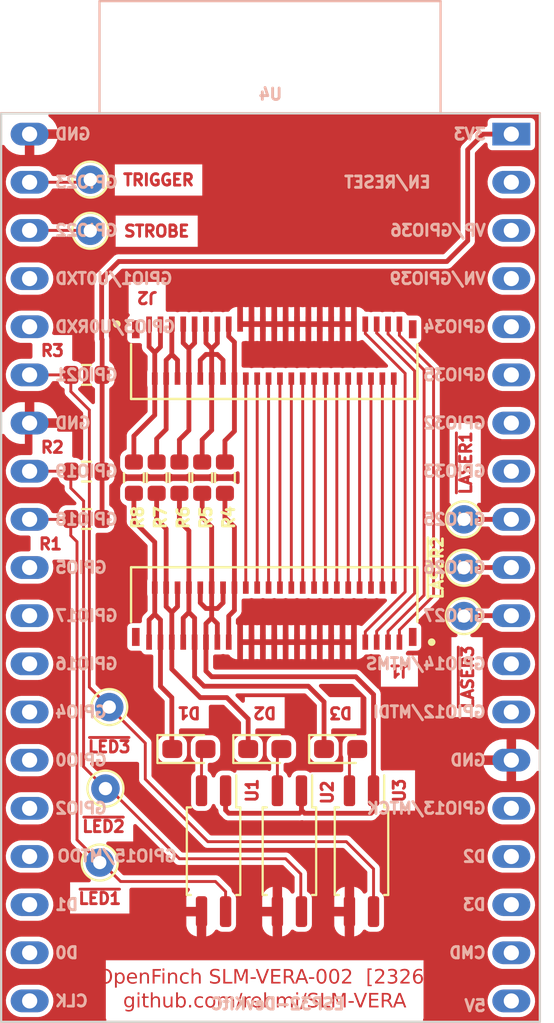
<source format=kicad_pcb>
(kicad_pcb (version 20221018) (generator pcbnew)
  (layers (0 "F.Cu" signal) (31 "B.Cu" signal) (34 "B.Paste" user) (35 "F.Paste" user) (36 "B.SilkS" user "B.Silkscreen") (37 "F.SilkS" user "F.Silkscreen") (38 "B.Mask" user) (39 "F.Mask" user) (44 "Edge.Cuts" user))
  (net 0 "")
  (net 1 "/P0A")
  (net 2 "/IO7")
  (net 3 "/IO5")
  (net 4 "/IO3")
  (net 5 "/IO1")
  (net 6 "/IO6")
  (net 7 "/IO4")
  (net 8 "/IO2")
  (net 9 "/IO0")
  (net 10 "/P0B")
  (net 11 "/P1A")
  (net 12 "/P1B")
  (net 13 "/P2A")
  (net 14 "/P2B")
  (net 15 "/P3A")
  (net 16 "/P3B")
  (net 17 "/P4A")
  (net 18 "/P4B")
  (net 19 "Net-(D1-A)")
  (net 20 "Net-(D2-A)")
  (net 21 "Net-(D3-A)")
  (net 22 "/~{LED1}")
  (net 23 "/LED1_IN")
  (net 24 "/LED2_IN")
  (net 25 "/LED3_IN")
  (net 26 "/LED-_IN")
  (net 27 "/LED+_IN")
  (net 28 "/LED2_OUT")
  (net 29 "/LED3_OUT")
  (net 30 "/LED+_OUT")
  (net 31 "/LED-_OUT")
  (net 32 "/~{LED2}")
  (net 33 "/~{LED3}")
  (net 34 "GND")
  (net 35 "/LED1_OUT")
  (net 36 "+3V3")
  (net 37 "/~{LASER3}")
  (net 38 "/TRIGGER")
  (net 39 "/~{LASER1}")
  (net 40 "/~{LASER2}")
  (net 65 "/STROBE")
  (footprint "Resistor_SMD:R_0603_1608Metric" (layer "F.Cu") (at 104.49272 73.48272)
    (fp_text reference "R1" (at -1.896399 1.32 unlocked) (layer "F.Cu") (effects (font (size 0.6 0.6))))
    (fp_text value "10k")
    (pad "1" smd roundrect (at -0.825 0) (size 0.8 0.95) (layers "F.Cu" "F.Paste" "F.Mask") (net 22 "/~{LED1}"))
    (pad "2" smd roundrect (at 0.825 0) (size 0.8 0.95) (layers "F.Cu" "F.Paste" "F.Mask") (net 36 "+3V3"))
  )
  (footprint "Resistor_SMD:R_0603_1608Metric" (layer "F.Cu") (at 111.796321 71.30272 90)
    (fp_text reference "R4" (at -2.1 0.2 90 unlocked) (layer "F.SilkS") (effects (font (size 0.6 0.6))))
    (fp_text value "DNP")
    (pad "1" smd roundrect (at -0.825 0 90) (size 0.8 0.95) (layers "F.Cu" "F.Paste" "F.Mask") (net 26 "/LED-_IN"))
    (pad "2" smd roundrect (at 0.825 0 90) (size 0.8 0.95) (layers "F.Cu" "F.Paste" "F.Mask") (net 31 "/LED-_OUT"))
  )
  (footprint "LED_SMD:LED_0603_1608Metric_Pad1.05x0.95mm_HandSolder" (layer "F.Cu") (at 117.896321 85.61522)
    (fp_text reference "D3" (at 0 -1.9125 180 unlocked) (layer "F.Cu") (effects (font (size 0.6 0.6))))
    (fp_text value "LED_Small")
    (pad "1" smd roundrect (at -0.875 0) (size 1.05 0.95) (layers "F.Cu" "F.Paste" "F.Mask") (net 25 "/LED3_IN"))
    (pad "2" smd roundrect (at 0.875 0) (size 1.05 0.95) (layers "F.Cu" "F.Paste" "F.Mask") (net 21 "Net-(D3-A)"))
  )
  (footprint "Package_SO:SOP-4_4.4x2.6mm_P1.27mm" (layer "F.Cu") (at 115.196321 91.00272 -90)
    (fp_text reference "U2" (at -3.1 -2 90 unlocked) (layer "F.Cu") (effects (font (size 0.6 0.6))))
    (fp_text value "FODM217D")
    (pad "1" smd roundrect (at -3.1875 -0.635 270) (size 1.625 0.6) (layers "F.Cu" "F.Paste" "F.Mask") (net 27 "/LED+_IN"))
    (pad "2" smd roundrect (at -3.1875 0.635 270) (size 1.625 0.6) (layers "F.Cu" "F.Paste" "F.Mask") (net 20 "Net-(D2-A)"))
    (pad "3" smd roundrect (at 3.1875 0.635 270) (size 1.625 0.6) (layers "F.Cu" "F.Paste" "F.Mask") (net 34 "GND"))
    (pad "4" smd roundrect (at 3.1875 -0.635 270) (size 1.625 0.6) (layers "F.Cu" "F.Paste" "F.Mask") (net 32 "/~{LED2}"))
  )
  (footprint "LED_SMD:LED_0603_1608Metric_Pad1.05x0.95mm_HandSolder" (layer "F.Cu") (at 109.896321 85.61522)
    (fp_text reference "D1" (at 0 -1.9125 180 unlocked) (layer "F.Cu") (effects (font (size 0.6 0.6))))
    (fp_text value "LED_Small")
    (pad "1" smd roundrect (at -0.875 0) (size 1.05 0.95) (layers "F.Cu" "F.Paste" "F.Mask") (net 23 "/LED1_IN"))
    (pad "2" smd roundrect (at 0.875 0) (size 1.05 0.95) (layers "F.Cu" "F.Paste" "F.Mask") (net 19 "Net-(D1-A)"))
  )
  (footprint "Resistor_SMD:R_0603_1608Metric" (layer "F.Cu") (at 109.396321 71.30272 90)
    (fp_text reference "R6" (at -2.1 0.2 90 unlocked) (layer "F.SilkS") (effects (font (size 0.6 0.6))))
    (fp_text value "DNP")
    (pad "1" smd roundrect (at -0.825 0 90) (size 0.8 0.95) (layers "F.Cu" "F.Paste" "F.Mask") (net 25 "/LED3_IN"))
    (pad "2" smd roundrect (at 0.825 0 90) (size 0.8 0.95) (layers "F.Cu" "F.Paste" "F.Mask") (net 29 "/LED3_OUT"))
  )
  (footprint "Package_SO:SOP-4_4.4x2.6mm_P1.27mm" (layer "F.Cu") (at 118.996321 91.00272 -90)
    (fp_text reference "U3" (at -3.2 -2 90 unlocked) (layer "F.Cu") (effects (font (size 0.6 0.6))))
    (fp_text value "FODM217D")
    (pad "1" smd roundrect (at -3.1875 -0.635 270) (size 1.625 0.6) (layers "F.Cu" "F.Paste" "F.Mask") (net 27 "/LED+_IN"))
    (pad "2" smd roundrect (at -3.1875 0.635 270) (size 1.625 0.6) (layers "F.Cu" "F.Paste" "F.Mask") (net 21 "Net-(D3-A)"))
    (pad "3" smd roundrect (at 3.1875 0.635 270) (size 1.625 0.6) (layers "F.Cu" "F.Paste" "F.Mask") (net 34 "GND"))
    (pad "4" smd roundrect (at 3.1875 -0.635 270) (size 1.625 0.6) (layers "F.Cu" "F.Paste" "F.Mask") (net 33 "/~{LED3}"))
  )
  (footprint "TestPoint:TestPoint_THTPad_D1.5mm_Drill0.7mm" (layer "F.Cu") (at 105.696321 83.40272 180)
    (fp_text reference "~{LED3}" (at 0 -2.1 unlocked) (layer "F.Cu") (effects (font (size 0.6 0.6))))
    (fp_text value "~{LI3}")
    (pad "1" thru_hole circle (at 0 0 180) (size 1.5 1.5) (drill 0.7) (layers "*.Cu" "*.Mask") (net 33 "/~{LED3}"))
  )
  (footprint "Resistor_SMD:R_0603_1608Metric" (layer "F.Cu") (at 104.49632 70.98272)
    (fp_text reference "R2" (at -1.799999 -1.28 unlocked) (layer "F.Cu") (effects (font (size 0.6 0.6))))
    (fp_text value "10k")
    (pad "1" smd roundrect (at -0.825 0) (size 0.8 0.95) (layers "F.Cu" "F.Paste" "F.Mask") (net 32 "/~{LED2}"))
    (pad "2" smd roundrect (at 0.825 0) (size 0.8 0.95) (layers "F.Cu" "F.Paste" "F.Mask") (net 36 "+3V3"))
  )
  (footprint "TestPoint:TestPoint_THTPad_D1.5mm_Drill0.7mm" (layer "F.Cu") (at 124.392462 76.056303)
    (fp_text reference "~{LASER2}" (at -1.4 0 90 unlocked) (layer "F.SilkS") (effects (font (size 0.6 0.6))))
    (fp_text value "~{LO2}")
    (pad "1" thru_hole circle (at 0 0) (size 1.5 1.5) (drill 0.7) (layers "*.Cu" "*.Mask") (net 40 "/~{LASER2}"))
  )
  (footprint "FH35C-45S-0.3SHW_50_:HRS_FH35C-45S-0.3SHW(50)" (layer "F.Cu") (at 114.396321 78.57772)
    (fp_text reference "J1" (at 6.6 2.925 180 unlocked) (layer "F.Cu") (effects (font (size 0.6 0.6))))
    (fp_text value "FH35C-45S-0.3SHW(50)")
    (pad "1" smd rect (at 6.6 1.4) (size 0.3 0.8) (layers "F.Cu" "F.Mask") (net 9 "/IO0"))
    (pad "2" smd rect (at 6.3 -1.475) (size 0.3 0.65) (layers "F.Cu" "F.Mask") (net 5 "/IO1"))
    (pad "3" smd rect (at 6 1.4) (size 0.3 0.8) (layers "F.Cu" "F.Mask") (net 8 "/IO2"))
    (pad "4" smd rect (at 5.7 -1.475) (size 0.3 0.65) (layers "F.Cu" "F.Mask") (net 4 "/IO3"))
    (pad "5" smd rect (at 5.4 1.4) (size 0.3 0.8) (layers "F.Cu" "F.Mask") (net 7 "/IO4"))
    (pad "6" smd rect (at 5.1 -1.475) (size 0.3 0.65) (layers "F.Cu" "F.Mask") (net 3 "/IO5"))
    (pad "7" smd rect (at 4.8 1.4) (size 0.3 0.8) (layers "F.Cu" "F.Mask") (net 6 "/IO6"))
    (pad "8" smd rect (at 4.5 -1.475) (size 0.3 0.65) (layers "F.Cu" "F.Mask") (net 2 "/IO7"))
    (pad "9" smd rect (at 4.2 1.4) (size 0.3 0.8) (layers "F.Cu" "F.Mask") (net 34 "GND"))
    (pad "10" smd rect (at 3.9 -1.475) (size 0.3 0.65) (layers "F.Cu" "F.Mask") (net 1 "/P0A"))
    (pad "11" smd rect (at 3.6 1.4) (size 0.3 0.8) (layers "F.Cu" "F.Mask") (net 34 "GND"))
    (pad "12" smd rect (at 3.3 -1.475) (size 0.3 0.65) (layers "F.Cu" "F.Mask") (net 10 "/P0B"))
    (pad "13" smd rect (at 3 1.4) (size 0.3 0.8) (layers "F.Cu" "F.Mask") (net 34 "GND"))
    (pad "14" smd rect (at 2.7 -1.475) (size 0.3 0.65) (layers "F.Cu" "F.Mask") (net 11 "/P1A"))
    (pad "15" smd rect (at 2.4 1.4) (size 0.3 0.8) (layers "F.Cu" "F.Mask") (net 34 "GND"))
    (pad "16" smd rect (at 2.1 -1.475) (size 0.3 0.65) (layers "F.Cu" "F.Mask") (net 12 "/P1B"))
    (pad "17" smd rect (at 1.8 1.4) (size 0.3 0.8) (layers "F.Cu" "F.Mask") (net 34 "GND"))
    (pad "18" smd rect (at 1.5 -1.475) (size 0.3 0.65) (layers "F.Cu" "F.Mask") (net 13 "/P2A"))
    (pad "19" smd rect (at 1.2 1.4) (size 0.3 0.8) (layers "F.Cu" "F.Mask") (net 34 "GND"))
    (pad "20" smd rect (at 0.9 -1.475) (size 0.3 0.65) (layers "F.Cu" "F.Mask") (net 14 "/P2B"))
    (pad "21" smd rect (at 0.6 1.4) (size 0.3 0.8) (layers "F.Cu" "F.Mask") (net 34 "GND"))
    (pad "22" smd rect (at 0.3 -1.475) (size 0.3 0.65) (layers "F.Cu" "F.Mask") (net 15 "/P3A"))
    (pad "23" smd rect (at 0 1.4) (size 0.3 0.8) (layers "F.Cu" "F.Mask") (net 34 "GND"))
    (pad "24" smd rect (at -0.3 -1.475) (size 0.3 0.65) (layers "F.Cu" "F.Mask") (net 16 "/P3B"))
    (pad "25" smd rect (at -0.6 1.4) (size 0.3 0.8) (layers "F.Cu" "F.Mask") (net 34 "GND"))
    (pad "26" smd rect (at -0.9 -1.475) (size 0.3 0.65) (layers "F.Cu" "F.Mask") (net 17 "/P4A"))
    (pad "27" smd rect (at -1.2 1.4) (size 0.3 0.8) (layers "F.Cu" "F.Mask") (net 34 "GND"))
    (pad "28" smd rect (at -1.5 -1.475) (size 0.3 0.65) (layers "F.Cu" "F.Mask") (net 18 "/P4B"))
    (pad "29" smd rect (at -1.8 1.4) (size 0.3 0.8) (layers "F.Cu" "F.Mask") (net 34 "GND"))
    (pad "30" smd rect (at -2.1 -1.475) (size 0.3 0.65) (layers "F.Cu" "F.Mask") (net 26 "/LED-_IN"))
    (pad "31" smd rect (at -2.4 1.4) (size 0.3 0.8) (layers "F.Cu" "F.Mask") (net 26 "/LED-_IN"))
    (pad "32" smd rect (at -2.7 -1.475) (size 0.3 0.65) (layers "F.Cu" "F.Mask") (net 27 "/LED+_IN"))
    (pad "33" smd rect (at -3 1.4) (size 0.3 0.8) (layers "F.Cu" "F.Mask") (net 27 "/LED+_IN"))
    (pad "34" smd rect (at -3.3 -1.475) (size 0.3 0.65) (layers "F.Cu" "F.Mask") (net 27 "/LED+_IN"))
    (pad "35" smd rect (at -3.6 1.4) (size 0.3 0.8) (layers "F.Cu" "F.Mask") (net 27 "/LED+_IN"))
    (pad "36" smd rect (at -3.9 -1.475) (size 0.3 0.65) (layers "F.Cu" "F.Mask") (net 27 "/LED+_IN"))
    (pad "37" smd rect (at -4.2 1.4) (size 0.3 0.8) (layers "F.Cu" "F.Mask") (net 25 "/LED3_IN"))
    (pad "38" smd rect (at -4.5 -1.475) (size 0.3 0.65) (layers "F.Cu" "F.Mask") (net 25 "/LED3_IN"))
    (pad "39" smd rect (at -4.8 1.4) (size 0.3 0.8) (layers "F.Cu" "F.Mask") (net 25 "/LED3_IN"))
    (pad "40" smd rect (at -5.1 -1.475) (size 0.3 0.65) (layers "F.Cu" "F.Mask") (net 24 "/LED2_IN"))
    (pad "41" smd rect (at -5.4 1.4) (size 0.3 0.8) (layers "F.Cu" "F.Mask") (net 24 "/LED2_IN"))
    (pad "42" smd rect (at -5.7 -1.475) (size 0.3 0.65) (layers "F.Cu" "F.Mask") (net 24 "/LED2_IN"))
    (pad "43" smd rect (at -6 1.4) (size 0.3 0.8) (layers "F.Cu" "F.Mask") (net 23 "/LED1_IN"))
    (pad "44" smd rect (at -6.3 -1.475) (size 0.3 0.65) (layers "F.Cu" "F.Mask") (net 23 "/LED1_IN"))
    (pad "45" smd rect (at -6.6 1.4) (size 0.3 0.8) (layers "F.Cu" "F.Mask") (net 23 "/LED1_IN"))
    (pad "S1" smd rect (at 7.3 1.125) (size 0.4 0.95) (layers "F.Cu" "F.Mask"))
    (pad "S2" smd rect (at -7.3 1.125) (size 0.4 0.95) (layers "F.Cu" "F.Mask"))
  )
  (footprint "Resistor_SMD:R_0603_1608Metric" (layer "F.Cu") (at 106.996321 71.30272 90)
    (fp_text reference "R8" (at -2.1 0.2 90 unlocked) (layer "F.SilkS") (effects (font (size 0.6 0.6))))
    (fp_text value "DNP")
    (pad "1" smd roundrect (at -0.825 0 90) (size 0.8 0.95) (layers "F.Cu" "F.Paste" "F.Mask") (net 23 "/LED1_IN"))
    (pad "2" smd roundrect (at 0.825 0 90) (size 0.8 0.95) (layers "F.Cu" "F.Paste" "F.Mask") (net 35 "/LED1_OUT"))
  )
  (footprint "FH35C-45S-0.3SHW_50_:HRS_FH35C-45S-0.3SHW(50)" (layer "F.Cu") (at 114.396321 64.60272 180)
    (fp_text reference "J2" (at 6.7 2.8 180 unlocked) (layer "F.Cu") (effects (font (size 0.6 0.6))))
    (fp_text value "FH35C-45S-0.3SHW(50)")
    (pad "1" smd rect (at 6.6 1.4 180) (size 0.3 0.8) (layers "F.Cu" "F.Mask") (net 35 "/LED1_OUT"))
    (pad "2" smd rect (at 6.3 -1.475 180) (size 0.3 0.65) (layers "F.Cu" "F.Mask") (net 35 "/LED1_OUT"))
    (pad "3" smd rect (at 6 1.4 180) (size 0.3 0.8) (layers "F.Cu" "F.Mask") (net 35 "/LED1_OUT"))
    (pad "4" smd rect (at 5.7 -1.475 180) (size 0.3 0.65) (layers "F.Cu" "F.Mask") (net 28 "/LED2_OUT"))
    (pad "5" smd rect (at 5.4 1.4 180) (size 0.3 0.8) (layers "F.Cu" "F.Mask") (net 28 "/LED2_OUT"))
    (pad "6" smd rect (at 5.1 -1.475 180) (size 0.3 0.65) (layers "F.Cu" "F.Mask") (net 28 "/LED2_OUT"))
    (pad "7" smd rect (at 4.8 1.4 180) (size 0.3 0.8) (layers "F.Cu" "F.Mask") (net 29 "/LED3_OUT"))
    (pad "8" smd rect (at 4.5 -1.475 180) (size 0.3 0.65) (layers "F.Cu" "F.Mask") (net 29 "/LED3_OUT"))
    (pad "9" smd rect (at 4.2 1.4 180) (size 0.3 0.8) (layers "F.Cu" "F.Mask") (net 29 "/LED3_OUT"))
    (pad "10" smd rect (at 3.9 -1.475 180) (size 0.3 0.65) (layers "F.Cu" "F.Mask") (net 30 "/LED+_OUT"))
    (pad "11" smd rect (at 3.6 1.4 180) (size 0.3 0.8) (layers "F.Cu" "F.Mask") (net 30 "/LED+_OUT"))
    (pad "12" smd rect (at 3.3 -1.475 180) (size 0.3 0.65) (layers "F.Cu" "F.Mask") (net 30 "/LED+_OUT"))
    (pad "13" smd rect (at 3 1.4 180) (size 0.3 0.8) (layers "F.Cu" "F.Mask") (net 30 "/LED+_OUT"))
    (pad "14" smd rect (at 2.7 -1.475 180) (size 0.3 0.65) (layers "F.Cu" "F.Mask") (net 30 "/LED+_OUT"))
    (pad "15" smd rect (at 2.4 1.4 180) (size 0.3 0.8) (layers "F.Cu" "F.Mask") (net 31 "/LED-_OUT"))
    (pad "16" smd rect (at 2.1 -1.475 180) (size 0.3 0.65) (layers "F.Cu" "F.Mask") (net 31 "/LED-_OUT"))
    (pad "17" smd rect (at 1.8 1.4 180) (size 0.3 0.8) (layers "F.Cu" "F.Mask") (net 34 "GND"))
    (pad "18" smd rect (at 1.5 -1.475 180) (size 0.3 0.65) (layers "F.Cu" "F.Mask") (net 18 "/P4B"))
    (pad "19" smd rect (at 1.2 1.4 180) (size 0.3 0.8) (layers "F.Cu" "F.Mask") (net 34 "GND"))
    (pad "20" smd rect (at 0.9 -1.475 180) (size 0.3 0.65) (layers "F.Cu" "F.Mask") (net 17 "/P4A"))
    (pad "21" smd rect (at 0.6 1.4 180) (size 0.3 0.8) (layers "F.Cu" "F.Mask") (net 34 "GND"))
    (pad "22" smd rect (at 0.3 -1.475 180) (size 0.3 0.65) (layers "F.Cu" "F.Mask") (net 16 "/P3B"))
    (pad "23" smd rect (at 0 1.4 180) (size 0.3 0.8) (layers "F.Cu" "F.Mask") (net 34 "GND"))
    (pad "24" smd rect (at -0.3 -1.475 180) (size 0.3 0.65) (layers "F.Cu" "F.Mask") (net 15 "/P3A"))
    (pad "25" smd rect (at -0.6 1.4 180) (size 0.3 0.8) (layers "F.Cu" "F.Mask") (net 34 "GND"))
    (pad "26" smd rect (at -0.9 -1.475 180) (size 0.3 0.65) (layers "F.Cu" "F.Mask") (net 14 "/P2B"))
    (pad "27" smd rect (at -1.2 1.4 180) (size 0.3 0.8) (layers "F.Cu" "F.Mask") (net 34 "GND"))
    (pad "28" smd rect (at -1.5 -1.475 180) (size 0.3 0.65) (layers "F.Cu" "F.Mask") (net 13 "/P2A"))
    (pad "29" smd rect (at -1.8 1.4 180) (size 0.3 0.8) (layers "F.Cu" "F.Mask") (net 34 "GND"))
    (pad "30" smd rect (at -2.1 -1.475 180) (size 0.3 0.65) (layers "F.Cu" "F.Mask") (net 12 "/P1B"))
    (pad "31" smd rect (at -2.4 1.4 180) (size 0.3 0.8) (layers "F.Cu" "F.Mask") (net 34 "GND"))
    (pad "32" smd rect (at -2.7 -1.475 180) (size 0.3 0.65) (layers "F.Cu" "F.Mask") (net 11 "/P1A"))
    (pad "33" smd rect (at -3 1.4 180) (size 0.3 0.8) (layers "F.Cu" "F.Mask") (net 34 "GND"))
    (pad "34" smd rect (at -3.3 -1.475 180) (size 0.3 0.65) (layers "F.Cu" "F.Mask") (net 10 "/P0B"))
    (pad "35" smd rect (at -3.6 1.4 180) (size 0.3 0.8) (layers "F.Cu" "F.Mask") (net 34 "GND"))
    (pad "36" smd rect (at -3.9 -1.475 180) (size 0.3 0.65) (layers "F.Cu" "F.Mask") (net 1 "/P0A"))
    (pad "37" smd rect (at -4.2 1.4 180) (size 0.3 0.8) (layers "F.Cu" "F.Mask") (net 34 "GND"))
    (pad "38" smd rect (at -4.5 -1.475 180) (size 0.3 0.65) (layers "F.Cu" "F.Mask") (net 2 "/IO7"))
    (pad "39" smd rect (at -4.8 1.4 180) (size 0.3 0.8) (layers "F.Cu" "F.Mask") (net 6 "/IO6"))
    (pad "40" smd rect (at -5.1 -1.475 180) (size 0.3 0.65) (layers "F.Cu" "F.Mask") (net 3 "/IO5"))
    (pad "41" smd rect (at -5.4 1.4 180) (size 0.3 0.8) (layers "F.Cu" "F.Mask") (net 7 "/IO4"))
    (pad "42" smd rect (at -5.7 -1.475 180) (size 0.3 0.65) (layers "F.Cu" "F.Mask") (net 4 "/IO3"))
    (pad "43" smd rect (at -6 1.4 180) (size 0.3 0.8) (layers "F.Cu" "F.Mask") (net 8 "/IO2"))
    (pad "44" smd rect (at -6.3 -1.475 180) (size 0.3 0.65) (layers "F.Cu" "F.Mask") (net 5 "/IO1"))
    (pad "45" smd rect (at -6.6 1.4 180) (size 0.3 0.8) (layers "F.Cu" "F.Mask") (net 9 "/IO0"))
    (pad "S1" smd rect (at 7.3 1.125 180) (size 0.4 0.95) (layers "F.Cu" "F.Mask"))
    (pad "S2" smd rect (at -7.3 1.125 180) (size 0.4 0.95) (layers "F.Cu" "F.Mask"))
  )
  (footprint "TestPoint:TestPoint_THTPad_D1.5mm_Drill0.7mm" (layer "F.Cu") (at 104.69632 58.28272)
    (fp_text reference "STROBE" (at 3.500001 0.02 unlocked) (layer "F.Cu") (effects (font (size 0.6 0.6))))
    (fp_text value "STR")
    (pad "1" thru_hole circle (at 0 0) (size 1.5 1.5) (drill 0.7) (layers "*.Cu" "*.Mask") (net 65 "/STROBE"))
  )
  (footprint "Resistor_SMD:R_0603_1608Metric" (layer "F.Cu") (at 108.196321 71.30272 90)
    (fp_text reference "R7" (at -2.1 0.2 90 unlocked) (layer "F.SilkS") (effects (font (size 0.6 0.6))))
    (fp_text value "DNP")
    (pad "1" smd roundrect (at -0.825 0 90) (size 0.8 0.95) (layers "F.Cu" "F.Paste" "F.Mask") (net 24 "/LED2_IN"))
    (pad "2" smd roundrect (at 0.825 0 90) (size 0.8 0.95) (layers "F.Cu" "F.Paste" "F.Mask") (net 28 "/LED2_OUT"))
  )
  (footprint "TestPoint:TestPoint_THTPad_D1.5mm_Drill0.7mm" (layer "F.Cu") (at 124.396321 73.50272)
    (fp_text reference "~{LASER1}" (at 0.100001 -2.98 90 unlocked) (layer "F.Cu") (effects (font (size 0.6 0.6))))
    (fp_text value "~{LO1}")
    (pad "1" thru_hole circle (at 0 0) (size 1.5 1.5) (drill 0.7) (layers "*.Cu" "*.Mask") (net 39 "/~{LASER1}"))
  )
  (footprint "LED_SMD:LED_0603_1608Metric_Pad1.05x0.95mm_HandSolder" (layer "F.Cu") (at 113.896321 85.61522)
    (fp_text reference "D2" (at 0 -1.9125 180 unlocked) (layer "F.Cu") (effects (font (size 0.6 0.6))))
    (fp_text value "LED_Small")
    (pad "1" smd roundrect (at -0.875 0) (size 1.05 0.95) (layers "F.Cu" "F.Paste" "F.Mask") (net 24 "/LED2_IN"))
    (pad "2" smd roundrect (at 0.875 0) (size 1.05 0.95) (layers "F.Cu" "F.Paste" "F.Mask") (net 20 "Net-(D2-A)"))
  )
  (footprint "TestPoint:TestPoint_THTPad_D1.5mm_Drill0.7mm" (layer "F.Cu") (at 105.196321 91.60272 180)
    (fp_text reference "~{LED1}" (at 0 -1.9 unlocked) (layer "F.Cu") (effects (font (size 0.6 0.6))))
    (fp_text value "~{LI1}")
    (pad "1" thru_hole circle (at 0 0 180) (size 1.5 1.5) (drill 0.7) (layers "*.Cu" "*.Mask") (net 22 "/~{LED1}"))
  )
  (footprint "Package_SO:SOP-4_4.4x2.6mm_P1.27mm" (layer "F.Cu") (at 111.196321 91.00272 -90)
    (fp_text reference "U1" (at -3.2 -2.035 90 unlocked) (layer "F.Cu") (effects (font (size 0.6 0.6))))
    (fp_text value "FODM217D")
    (pad "1" smd roundrect (at -3.1875 -0.635 270) (size 1.625 0.6) (layers "F.Cu" "F.Paste" "F.Mask") (net 27 "/LED+_IN"))
    (pad "2" smd roundrect (at -3.1875 0.635 270) (size 1.625 0.6) (layers "F.Cu" "F.Paste" "F.Mask") (net 19 "Net-(D1-A)"))
    (pad "3" smd roundrect (at 3.1875 0.635 270) (size 1.625 0.6) (layers "F.Cu" "F.Paste" "F.Mask") (net 34 "GND"))
    (pad "4" smd roundrect (at 3.1875 -0.635 270) (size 1.625 0.6) (layers "F.Cu" "F.Paste" "F.Mask") (net 22 "/~{LED1}"))
  )
  (footprint "Resistor_SMD:R_0603_1608Metric" (layer "F.Cu") (at 110.596321 71.30272 90)
    (fp_text reference "R5" (at -2.1 0.2 90 unlocked) (layer "F.SilkS") (effects (font (size 0.6 0.6))))
    (fp_text value "DNP")
    (pad "1" smd roundrect (at -0.825 0 90) (size 0.8 0.95) (layers "F.Cu" "F.Paste" "F.Mask") (net 27 "/LED+_IN"))
    (pad "2" smd roundrect (at 0.825 0 90) (size 0.8 0.95) (layers "F.Cu" "F.Paste" "F.Mask") (net 30 "/LED+_OUT"))
  )
  (footprint "TestPoint:TestPoint_THTPad_D1.5mm_Drill0.7mm" (layer "F.Cu") (at 104.69632 55.58272)
    (fp_text reference "TRIGGER" (at 3.600001 0.02 unlocked) (layer "F.Cu") (effects (font (size 0.6 0.6))))
    (fp_text value "TRG")
    (pad "1" thru_hole circle (at 0 0) (size 1.5 1.5) (drill 0.7) (layers "*.Cu" "*.Mask") (net 38 "/TRIGGER"))
  )
  (footprint "TestPoint:TestPoint_THTPad_D1.5mm_Drill0.7mm" (layer "F.Cu") (at 124.396321 78.60272)
    (fp_text reference "~{LASER3}" (at 0.200001 3.22 90 unlocked) (layer "F.Cu") (effects (font (size 0.6 0.6))))
    (fp_text value "~{LO3}")
    (pad "1" thru_hole circle (at 0 0) (size 1.5 1.5) (drill 0.7) (layers "*.Cu" "*.Mask") (net 37 "/~{LASER3}"))
  )
  (footprint "TestPoint:TestPoint_THTPad_D1.5mm_Drill0.7mm" (layer "F.Cu") (at 105.496321 87.70272 180)
    (fp_text reference "~{LED2}" (at 0.1 -2 unlocked) (layer "F.Cu") (effects (font (size 0.6 0.6))))
    (fp_text value "~{LI2}")
    (pad "1" thru_hole circle (at 0 0 180) (size 1.5 1.5) (drill 0.7) (layers "*.Cu" "*.Mask") (net 32 "/~{LED2}"))
  )
  (footprint "Resistor_SMD:R_0603_1608Metric" (layer "F.Cu") (at 104.49632 65.88272)
    (fp_text reference "R3" (at -1.799999 -1.28 unlocked) (layer "F.Cu") (effects (font (size 0.6 0.6))))
    (fp_text value "10k")
    (pad "1" smd roundrect (at -0.825 0) (size 0.8 0.95) (layers "F.Cu" "F.Paste" "F.Mask") (net 33 "/~{LED3}"))
    (pad "2" smd roundrect (at 0.825 0) (size 0.8 0.95) (layers "F.Cu" "F.Paste" "F.Mask") (net 36 "+3V3"))
  )
  (footprint "PCM_Espressif:ESP32-DevKitC" (layer "B.Cu") (at 126.89632 53.18272 180)
    (fp_text reference "U4" (at 12.7 2.1 unlocked) (layer "B.SilkS") (effects (font (size 0.6 0.6)) (justify mirror)))
    (fp_text value "ESP32-DevKitC" (at 12.31632 -45.87728 unlocked) (layer "B.SilkS") (effects (font (size 0.6 0.6)) (justify mirror)))
    (fp_text user "VP/GPIO36" (at 1.27 -5.08 unlocked) (layer "B.SilkS") (effects (font (size 0.6 0.6)) (justify left mirror)))
    (fp_text user "GND" (at 24.13 0 unlocked) (layer "B.SilkS") (effects (font (size 0.6 0.6)) (justify right mirror)))
    (fp_text user "GPIO18" (at 24.13 -20.32 unlocked) (layer "B.SilkS") (effects (font (size 0.6 0.6)) (justify right mirror)))
    (fp_text user "GPIO12/MTDI" (at 1.27 -30.48 unlocked) (layer "B.SilkS") (effects (font (size 0.6 0.6)) (justify left mirror)))
    (fp_text user "GPIO33" (at 1.27 -17.78 unlocked) (layer "B.SilkS") (effects (font (size 0.6 0.6)) (justify left mirror)))
    (fp_text user "GPIO32" (at 1.27 -15.24 unlocked) (layer "B.SilkS") (effects (font (size 0.6 0.6)) (justify left mirror)))
    (fp_text user "GND" (at 1.27 -33.02 unlocked) (layer "B.SilkS") (effects (font (size 0.6 0.6)) (justify left mirror)))
    (fp_text user "GPIO27" (at 1.27 -25.4 unlocked) (layer "B.SilkS") (effects (font (size 0.6 0.6)) (justify left mirror)))
    (fp_text user "D2" (at 1.27 -38.1 unlocked) (layer "B.SilkS") (effects (font (size 0.6 0.6)) (justify left mirror)))
    (fp_text user "GPIO19" (at 24.13 -17.78 unlocked) (layer "B.SilkS") (effects (font (size 0.6 0.6)) (justify right mirror)))
    (fp_text user "GPIO17" (at 24.13 -25.4 unlocked) (layer "B.SilkS") (effects (font (size 0.6 0.6)) (justify right mirror)))
    (fp_text user "GPIO34" (at 1.27 -10.16 unlocked) (layer "B.SilkS") (effects (font (size 0.6 0.6)) (justify left mirror)))
    (fp_text user "VN/GPIO39" (at 1.27 -7.62 unlocked) (layer "B.SilkS") (effects (font (size 0.6 0.6)) (justify left mirror)))
    (fp_text user "GPIO22" (at 24.13 -5.08 unlocked) (layer "B.SilkS") (effects (font (size 0.6 0.6)) (justify right mirror)))
    (fp_text user "GPIO15/MTDO" (at 24.01632 -38.07728 unlocked) (layer "B.SilkS") (effects (font (size 0.6 0.6)) (justify right mirror)))
    (fp_text user "GPIO5" (at 24.13 -22.86 unlocked) (layer "B.SilkS") (effects (font (size 0.6 0.6)) (justify right mirror)))
    (fp_text user "CMD" (at 1.27 -43.18 unlocked) (layer "B.SilkS") (effects (font (size 0.6 0.6)) (justify left mirror)))
    (fp_text user "D3" (at 1.27 -40.64 unlocked) (layer "B.SilkS") (effects (font (size 0.6 0.6)) (justify left mirror)))
    (fp_text user "D0" (at 24.13 -43.18 unlocked) (layer "B.SilkS") (effects (font (size 0.6 0.6)) (justify right mirror)))
    (fp_text user "GPIO16" (at 24.13 -27.94 unlocked) (layer "B.SilkS") (effects (font (size 0.6 0.6)) (justify right mirror)))
    (fp_text user "GPIO2" (at 24.13 -35.56 unlocked) (layer "B.SilkS") (effects (font (size 0.6 0.6)) (justify right mirror)))
    (fp_text user "GPIO4" (at 24.13 -30.48 unlocked) (layer "B.SilkS") (effects (font (size 0.6 0.6)) (justify right mirror)))
    (fp_text user "GPIO21" (at 24.13 -12.7 unlocked) (layer "B.SilkS") (effects (font (size 0.6 0.6)) (justify right mirror)))
    (fp_text user "D1" (at 24.13 -40.64 unlocked) (layer "B.SilkS") (effects (font (size 0.6 0.6)) (justify right mirror)))
    (fp_text user "GND" (at 24.13 -15.24 unlocked) (layer "B.SilkS") (effects (font (size 0.6 0.6)) (justify right mirror)))
    (fp_text user "GPIO1/U0TXD" (at 24.13 -7.62 unlocked) (layer "B.SilkS") (effects (font (size 0.6 0.6)) (justify right mirror)))
    (fp_text user "GPIO14/MTMS" (at 1.27 -27.94 unlocked) (layer "B.SilkS") (effects (font (size 0.6 0.6)) (justify left mirror)))
    (fp_text user "EN/RESET" (at 8.88632 -2.53728 unlocked) (layer "B.SilkS") (effects (font (size 0.6 0.6)) (justify right mirror)))
    (fp_text user "GPIO13/MTCK" (at 1.27 -35.56 unlocked) (layer "B.SilkS") (effects (font (size 0.6 0.6)) (justify left mirror)))
    (fp_text user "GPIO3/U0RXD" (at 24.13 -10.16 unlocked) (layer "B.SilkS") (effects (font (size 0.6 0.6)) (justify right mirror)))
    (fp_text user "GPIO35" (at 1.27 -12.7 unlocked) (layer "B.SilkS") (effects (font (size 0.6 0.6)) (justify left mirror)))
    (fp_text user "CLK" (at 24.13 -45.72 unlocked) (layer "B.SilkS") (effects (font (size 0.6 0.6)) (justify right mirror)))
    (fp_text user "5V" (at 1.26632 -45.97128 unlocked) (layer "B.SilkS") (effects (font (size 0.6 0.6)) (justify left mirror)))
    (fp_text user "GPIO0" (at 24.13 -33.02 unlocked) (layer "B.SilkS") (effects (font (size 0.6 0.6)) (justify right mirror)))
    (fp_text user "3V3" (at 1.27 0 unlocked) (layer "B.SilkS") (effects (font (size 0.6 0.6)) (justify left mirror)))
    (fp_text user "GPIO26" (at 1.27 -22.86 unlocked) (layer "B.SilkS") (effects (font (size 0.6 0.6)) (justify left mirror)))
    (fp_text user "GPIO25" (at 1.27 -20.32 unlocked) (layer "B.SilkS") (effects (font (size 0.6 0.6)) (justify left mirror)))
    (fp_text user "GPIO23" (at 24.13 -2.54 unlocked) (layer "B.SilkS") (effects (font (size 0.6 0.6)) (justify right mirror)))
    (pad "1" thru_hole rect locked (at 0 0 270) (size 1.2 2) (drill 0.8) (layers "*.Cu" "*.Mask") (net 36 "+3V3"))
    (pad "2" thru_hole oval locked (at 0 -2.54 270) (size 1.2 2) (drill 0.8) (layers "*.Cu" "*.Mask"))
    (pad "3" thru_hole oval locked (at 0 -5.08 270) (size 1.2 2) (drill 0.8) (layers "*.Cu" "*.Mask"))
    (pad "4" thru_hole oval locked (at 0 -7.62 270) (size 1.2 2) (drill 0.8) (layers "*.Cu" "*.Mask"))
    (pad "5" thru_hole oval locked (at 0 -10.16 270) (size 1.2 2) (drill 0.8) (layers "*.Cu" "*.Mask"))
    (pad "6" thru_hole oval locked (at 0 -12.7 270) (size 1.2 2) (drill 0.8) (layers "*.Cu" "*.Mask"))
    (pad "7" thru_hole oval locked (at 0 -15.24 270) (size 1.2 2) (drill 0.8) (layers "*.Cu" "*.Mask"))
    (pad "8" thru_hole oval locked (at 0 -17.78 270) (size 1.2 2) (drill 0.8) (layers "*.Cu" "*.Mask"))
    (pad "9" thru_hole oval locked (at 0 -20.32 270) (size 1.2 2) (drill 0.8) (layers "*.Cu" "*.Mask") (net 39 "/~{LASER1}"))
    (pad "10" thru_hole oval locked (at 0 -22.86 270) (size 1.2 2) (drill 0.8) (layers "*.Cu" "*.Mask") (net 40 "/~{LASER2}"))
    (pad "11" thru_hole oval locked (at 0 -25.4 270) (size 1.2 2) (drill 0.8) (layers "*.Cu" "*.Mask") (net 37 "/~{LASER3}"))
    (pad "12" thru_hole oval locked (at 0 -27.94 270) (size 1.2 2) (drill 0.8) (layers "*.Cu" "*.Mask"))
    (pad "13" thru_hole oval locked (at 0 -30.48 270) (size 1.2 2) (drill 0.8) (layers "*.Cu" "*.Mask"))
    (pad "14" thru_hole oval locked (at 0 -33.02 270) (size 1.2 2) (drill 0.8) (layers "*.Cu" "*.Mask") (net 34 "GND"))
    (pad "15" thru_hole oval locked (at 0 -35.56 270) (size 1.2 2) (drill 0.8) (layers "*.Cu" "*.Mask"))
    (pad "16" thru_hole oval locked (at 0 -38.1 270) (size 1.2 2) (drill 0.8) (layers "*.Cu" "*.Mask"))
    (pad "17" thru_hole oval locked (at 0 -40.64 270) (size 1.2 2) (drill 0.8) (layers "*.Cu" "*.Mask"))
    (pad "18" thru_hole oval locked (at 0 -43.18 270) (size 1.2 2) (drill 0.8) (layers "*.Cu" "*.Mask"))
    (pad "19" thru_hole oval locked (at 0 -45.72 270) (size 1.2 2) (drill 0.8) (layers "*.Cu" "*.Mask"))
    (pad "20" thru_hole oval locked (at 25.39632 -45.71728 270) (size 1.2 2) (drill 0.8) (layers "*.Cu" "*.Mask"))
    (pad "21" thru_hole oval locked (at 25.39632 -43.17728 270) (size 1.2 2) (drill 0.8) (layers "*.Cu" "*.Mask"))
    (pad "22" thru_hole oval locked (at 25.4 -40.64 270) (size 1.2 2) (drill 0.8) (layers "*.Cu" "*.Mask"))
    (pad "23" thru_hole oval locked (at 25.4 -38.1 270) (size 1.2 2) (drill 0.8) (layers "*.Cu" "*.Mask"))
    (pad "24" thru_hole oval locked (at 25.4 -35.56 270) (size 1.2 2) (drill 0.8) (layers "*.Cu" "*.Mask"))
    (pad "25" thru_hole oval locked (at 25.4 -33.02 270) (size 1.2 2) (drill 0.8) (layers "*.Cu" "*.Mask"))
    (pad "26" thru_hole oval locked (at 25.4 -30.48 270) (size 1.2 2) (drill 0.8) (layers "*.Cu" "*.Mask"))
    (pad "27" thru_hole oval locked (at 25.4 -27.94 270) (size 1.2 2) (drill 0.8) (layers "*.Cu" "*.Mask"))
    (pad "28" thru_hole oval locked (at 25.4 -25.4 270) (size 1.2 2) (drill 0.8) (layers "*.Cu" "*.Mask"))
    (pad "29" thru_hole oval locked (at 25.4 -22.86 270) (size 1.2 2) (drill 0.8) (layers "*.Cu" "*.Mask"))
    (pad "30" thru_hole oval locked (at 25.4 -20.32 270) (size 1.2 2) (drill 0.8) (layers "*.Cu" "*.Mask") (net 22 "/~{LED1}"))
    (pad "31" thru_hole oval locked (at 25.4 -17.78 270) (size 1.2 2) (drill 0.8) (layers "*.Cu" "*.Mask") (net 32 "/~{LED2}"))
    (pad "32" thru_hole oval locked (at 25.4 -15.24 270) (size 1.2 2) (drill 0.8) (layers "*.Cu" "*.Mask") (net 34 "GND"))
    (pad "33" thru_hole oval locked (at 25.4 -12.7 270) (size 1.2 2) (drill 0.8) (layers "*.Cu" "*.Mask") (net 33 "/~{LED3}"))
    (pad "34" thru_hole oval locked (at 25.4 -10.16 270) (size 1.2 2) (drill 0.8) (layers "*.Cu" "*.Mask"))
    (pad "35" thru_hole oval locked (at 25.4 -7.62 270) (size 1.2 2) (drill 0.8) (layers "*.Cu" "*.Mask"))
    (pad "36" thru_hole oval locked (at 25.4 -5.08 270) (size 1.2 2) (drill 0.8) (layers "*.Cu" "*.Mask") (net 65 "/STROBE"))
    (pad "37" thru_hole oval locked (at 25.4 -2.54 270) (size 1.2 2) (drill 0.8) (layers "*.Cu" "*.Mask") (net 38 "/TRIGGER"))
    (pad "38" thru_hole oval locked (at 25.4 0 270) (size 1.2 2) (drill 0.8) (layers "*.Cu" "*.Mask") (net 34 "GND"))
  )
  (gr_rect locked (start 100 52.1) (end 128.4 100) (stroke (width 0.1)) (fill none) (layer "Edge.Cuts"))
  (gr_text "OpenFinch SLM-VERA-002  [2326]\ngithub.com/rehmi/SLM-VERA\n" (at 113.896321 98.30272) (layer "F.Cu") (effects (font (size 0.75 0.75) (thickness 0.075))))
  (segment (start 118.296321 66.07772) (end 118.296321 77.10272) (width 0.1524) (layer "F.Cu") (net 1))
  (segment (start 118.896321 77.10272) (end 118.896321 66.07772) (width 0.1524) (layer "F.Cu") (net 2))
  (segment (start 119.496321 66.07772) (end 119.496321 77.10272) (width 0.1524) (layer "F.Cu") (net 3))
  (segment (start 120.096321 77.10272) (end 120.096321 66.07772) (width 0.1524) (layer "F.Cu") (net 4))
  (segment (start 120.696321 66.07772) (end 120.696321 77.10272) (width 0.1524) (layer "F.Cu") (net 5))
  (segment (start 121.296321 65.80272) (end 119.196321 63.70272) (width 0.1524) (layer "F.Cu") (net 6))
  (segment (start 121.296321 77.32532) (end 121.296321 65.80272) (width 0.1524) (layer "F.Cu") (net 6))
  (segment (start 119.196321 79.42532) (end 121.296321 77.32532) (width 0.1524) (layer "F.Cu") (net 6))
  (segment (start 119.196321 79.97772) (end 119.196321 79.42532) (width 0.1524) (layer "F.Cu") (net 6))
  (segment (start 119.196321 63.70272) (end 119.196321 63.20272) (width 0.1524) (layer "F.Cu") (net 6))
  (segment (start 121.796321 65.671668) (end 119.796321 63.671668) (width 0.1524) (layer "F.Cu") (net 7))
  (segment (start 119.796321 79.40272) (end 121.796321 77.40272) (width 0.1524) (layer "F.Cu") (net 7))
  (segment (start 119.796321 79.97772) (end 119.796321 79.40272) (width 0.1524) (layer "F.Cu") (net 7))
  (segment (start 121.796321 77.40272) (end 121.796321 65.671668) (width 0.1524) (layer "F.Cu") (net 7))
  (segment (start 119.796321 63.671668) (end 119.796321 63.20272) (width 0.1524) (layer "F.Cu") (net 7))
  (segment (start 122.296321 77.50272) (end 120.396321 79.40272) (width 0.1524) (layer "F.Cu") (net 8))
  (segment (start 122.296321 65.62772) (end 122.296321 77.50272) (width 0.1524) (layer "F.Cu") (net 8))
  (segment (start 120.396321 63.20272) (end 120.396321 63.72772) (width 0.1524) (layer "F.Cu") (net 8))
  (segment (start 120.396321 63.72772) (end 122.296321 65.62772) (width 0.1524) (layer "F.Cu") (net 8))
  (segment (start 120.396321 79.40272) (end 120.396321 79.97772) (width 0.1524) (layer "F.Cu") (net 8))
  (segment (start 122.796321 65.60272) (end 120.996321 63.80272) (width 0.1524) (layer "F.Cu") (net 9))
  (segment (start 122.796321 77.533772) (end 122.796321 65.60272) (width 0.1524) (layer "F.Cu") (net 9))
  (segment (start 120.996321 79.333772) (end 122.796321 77.533772) (width 0.1524) (layer "F.Cu") (net 9))
  (segment (start 120.996321 79.97772) (end 120.996321 79.333772) (width 0.1524) (layer "F.Cu") (net 9))
  (segment (start 120.996321 63.80272) (end 120.996321 63.20272) (width 0.1524) (layer "F.Cu") (net 9))
  (segment (start 120.996321 63.80272) (end 120.996321 63.60272) (width 0.1524) (layer "F.Cu") (net 9))
  (segment (start 117.696321 77.10272) (end 117.696321 66.07772) (width 0.1524) (layer "F.Cu") (net 10))
  (segment (start 117.096321 66.07772) (end 117.096321 77.10272) (width 0.1524) (layer "F.Cu") (net 11))
  (segment (start 116.496321 77.10272) (end 116.496321 66.07772) (width 0.1524) (layer "F.Cu") (net 12))
  (segment (start 115.896321 66.07772) (end 115.896321 77.10272) (width 0.1524) (layer "F.Cu") (net 13))
  (segment (start 115.296321 77.10272) (end 115.296321 66.07772) (width 0.1524) (layer "F.Cu") (net 14))
  (segment (start 114.696321 66.07772) (end 114.696321 77.10272) (width 0.1524) (layer "F.Cu") (net 15))
  (segment (start 114.096321 77.10272) (end 114.096321 66.07772) (width 0.1524) (layer "F.Cu") (net 16))
  (segment (start 113.496321 66.07772) (end 113.496321 77.10272) (width 0.1524) (layer "F.Cu") (net 17))
  (segment (start 112.896321 77.10272) (end 112.896321 66.07772) (width 0.1524) (layer "F.Cu") (net 18))
  (segment (start 110.561321 87.81522) (end 110.561321 85.82522) (width 0.1524) (layer "F.Cu") (net 19))
  (segment (start 114.561321 87.81522) (end 114.561321 85.82522) (width 0.1524) (layer "F.Cu") (net 20))
  (segment (start 118.361321 87.81522) (end 118.361321 86.02522) (width 0.1524) (layer "F.Cu") (net 21))
  (segment (start 118.361321 86.02522) (end 118.771321 85.61522) (width 0.1524) (layer "F.Cu") (net 21))
  (segment (start 103.64772 73.50272) (end 101.19272 73.50272) (width 0.1524) (layer "F.Cu") (net 22))
  (segment (start 105.296321 91.60272) (end 106.296321 92.60272) (width 0.1524) (layer "F.Cu") (net 22))
  (segment (start 103.66772 74.35412) (end 103.99632 74.68272) (width 0.1524) (layer "F.Cu") (net 22))
  (segment (start 111.831321 93.13772) (end 111.831321 94.19022) (width 0.1524) (layer "F.Cu") (net 22))
  (segment (start 103.66772 73.48272) (end 103.66772 74.35412) (width 0.1524) (layer "F.Cu") (net 22))
  (segment (start 106.296321 92.60272) (end 111.296321 92.60272) (width 0.1524) (layer "F.Cu") (net 22))
  (segment (start 103.99632 90.402719) (end 105.196321 91.60272) (width 0.1524) (layer "F.Cu") (net 22))
  (segment (start 111.296321 92.60272) (end 111.831321 93.13772) (width 0.1524) (layer "F.Cu") (net 22))
  (segment (start 103.99632 74.68272) (end 103.99632 90.402719) (width 0.1524) (layer "F.Cu") (net 22))
  (segment (start 107.796321 78.80272) (end 108.096321 78.50272) (width 0.254) (layer "F.Cu") (net 23))
  (segment (start 106.996321 73.60272) (end 108.096321 74.70272) (width 0.254) (layer "F.Cu") (net 23))
  (segment (start 108.996321 82.90272) (end 108.996321 85.59022) (width 0.254) (layer "F.Cu") (net 23))
  (segment (start 106.996321 72.12772) (end 106.996321 73.60272) (width 0.254) (layer "F.Cu") (net 23))
  (segment (start 107.796321 79.97772) (end 107.796321 78.80272) (width 0.254) (layer "F.Cu") (net 23))
  (segment (start 108.396321 82.30272) (end 108.996321 82.90272) (width 0.254) (layer "F.Cu") (net 23))
  (segment (start 108.396321 79.97772) (end 108.396321 82.30272) (width 0.254) (layer "F.Cu") (net 23))
  (segment (start 108.396321 79.97772) (end 108.396321 78.80272) (width 0.254) (layer "F.Cu") (net 23))
  (segment (start 108.396321 78.80272) (end 108.096321 78.50272) (width 0.254) (layer "F.Cu") (net 23))
  (segment (start 108.096321 78.50272) (end 108.096321 77.10272) (width 0.254) (layer "F.Cu") (net 23))
  (segment (start 108.096321 74.70272) (end 108.096321 77.10272) (width 0.254) (layer "F.Cu") (net 23))
  (segment (start 108.996321 79.97772) (end 108.996321 78.40272) (width 0.254) (layer "F.Cu") (net 24))
  (segment (start 108.996321 78.40272) (end 109.296321 78.10272) (width 0.254) (layer "F.Cu") (net 24))
  (segment (start 108.196321 72.12772) (end 108.196321 73.50272) (width 0.254) (layer "F.Cu") (net 24))
  (segment (start 109.296321 78.10272) (end 109.296321 77.10272) (width 0.254) (layer "F.Cu") (net 24))
  (segment (start 108.196321 73.50272) (end 108.696321 74.00272) (width 0.254) (layer "F.Cu") (net 24))
  (segment (start 111.896321 82.90272) (end 113.021321 84.02772) (width 0.254) (layer "F.Cu") (net 24))
  (segment (start 108.696321 78.10272) (end 108.996321 78.40272) (width 0.254) (layer "F.Cu") (net 24))
  (segment (start 113.021321 84.02772) (end 113.021321 85.61522) (width 0.254) (layer "F.Cu") (net 24))
  (segment (start 108.996321 81.40272) (end 110.496321 82.90272) (width 0.254) (layer "F.Cu") (net 24))
  (segment (start 108.996321 79.97772) (end 108.996321 81.40272) (width 0.254) (layer "F.Cu") (net 24))
  (segment (start 110.496321 82.90272) (end 111.896321 82.90272) (width 0.254) (layer "F.Cu") (net 24))
  (segment (start 108.696321 74.00272) (end 108.696321 77.10272) (width 0.254) (layer "F.Cu") (net 24))
  (segment (start 108.696321 77.10272) (end 108.696321 78.10272) (width 0.254) (layer "F.Cu") (net 24))
  (segment (start 109.596321 78.70272) (end 109.896321 78.40272) (width 0.254) (layer "F.Cu") (net 25))
  (segment (start 110.696321 82.30272) (end 116.196321 82.30272) (width 0.254) (layer "F.Cu") (net 25))
  (segment (start 116.196321 82.30272) (end 117.021321 83.12772) (width 0.254) (layer "F.Cu") (net 25))
  (segment (start 110.196321 78.70272) (end 110.196321 79.97772) (width 0.254) (layer "F.Cu") (net 25))
  (segment (start 109.896321 77.10272) (end 109.896321 78.40272) (width 0.254) (layer "F.Cu") (net 25))
  (segment (start 109.896321 78.40272) (end 110.196321 78.70272) (width 0.254) (layer "F.Cu") (net 25))
  (segment (start 109.396321 72.12772) (end 109.396321 73.60272) (width 0.254) (layer "F.Cu") (net 25))
  (segment (start 110.196321 81.80272) (end 110.696321 82.30272) (width 0.254) (layer "F.Cu") (net 25))
  (segment (start 109.396321 73.60272) (end 109.896321 74.10272) (width 0.254) (layer "F.Cu") (net 25))
  (segment (start 109.596321 79.97772) (end 109.596321 78.70272) (width 0.254) (layer "F.Cu") (net 25))
  (segment (start 109.896321 74.10272) (end 109.896321 77.10272) (width 0.254) (layer "F.Cu") (net 25))
  (segment (start 110.196321 79.97772) (end 110.196321 81.80272) (width 0.254) (layer "F.Cu") (net 25))
  (segment (start 117.021321 83.12772) (end 117.021321 85.61522) (width 0.254) (layer "F.Cu") (net 25))
  (segment (start 111.996321 78.60272) (end 111.996321 79.97772) (width 0.254) (layer "F.Cu") (net 26))
  (segment (start 111.796321 73.40272) (end 112.296321 73.90272) (width 0.254) (layer "F.Cu") (net 26))
  (segment (start 112.296321 78.30272) (end 111.996321 78.60272) (width 0.254) (layer "F.Cu") (net 26))
  (segment (start 112.296321 73.90272) (end 112.296321 77.10272) (width 0.254) (layer "F.Cu") (net 26))
  (segment (start 111.796321 72.12772) (end 111.796321 73.40272) (width 0.254) (layer "F.Cu") (net 26))
  (segment (start 112.296321 77.10272) (end 112.296321 78.30272) (width 0.254) (layer "F.Cu") (net 26))
  (segment (start 110.796321 81.50272) (end 111.096321 81.80272) (width 0.254) (layer "F.Cu") (net 27))
  (segment (start 115.996321 89.00272) (end 115.831321 88.83772) (width 0.254) (layer "F.Cu") (net 27))
  (segment (start 111.831321 88.83772) (end 111.996321 89.00272) (width 0.254) (layer "F.Cu") (net 27))
  (segment (start 119.631321 82.73772) (end 119.631321 87.81522) (width 0.254) (layer "F.Cu") (net 27))
  (segment (start 111.696321 77.10272) (end 111.696321 77.90272) (width 0.254) (layer "F.Cu") (net 27))
  (segment (start 119.496321 89.00272) (end 115.996321 89.00272) (width 0.254) (layer "F.Cu") (net 27))
  (segment (start 111.996321 89.00272) (end 115.731321 89.00272) (width 0.254) (layer "F.Cu") (net 27))
  (segment (start 110.796321 78.20272) (end 111.096321 78.20272) (width 0.254) (layer "F.Cu") (net 27))
  (segment (start 111.096321 78.20272) (end 111.096321 77.10272) (width 0.254) (layer "F.Cu") (net 27))
  (segment (start 110.796321 79.97772) (end 110.796321 79.00272) (width 0.254) (layer "F.Cu") (net 27))
  (segment (start 111.396321 79.97772) (end 111.396321 79.00272) (width 0.254) (layer "F.Cu") (net 27))
  (segment (start 110.496321 77.10272) (end 110.496321 77.90272) (width 0.254) (layer "F.Cu") (net 27))
  (segment (start 119.631321 87.81522) (end 119.631321 88.86772) (width 0.254) (layer "F.Cu") (net 27))
  (segment (start 115.831321 88.83772) (end 115.831321 87.81522) (width 0.254) (layer "F.Cu") (net 27))
  (segment (start 111.396321 79.00272) (end 111.096321 78.70272) (width 0.254) (layer "F.Cu") (net 27))
  (segment (start 111.831321 87.81522) (end 111.831321 88.83772) (width 0.254) (layer "F.Cu") (net 27))
  (segment (start 118.696321 81.80272) (end 119.631321 82.73772) (width 0.254) (layer "F.Cu") (net 27))
  (segment (start 110.796321 79.00272) (end 111.096321 78.70272) (width 0.254) (layer "F.Cu") (net 27))
  (segment (start 110.496321 77.90272) (end 110.796321 78.20272) (width 0.254) (layer "F.Cu") (net 27))
  (segment (start 110.596321 73.40272) (end 111.096321 73.90272) (width 0.254) (layer "F.Cu") (net 27))
  (segment (start 111.096321 78.70272) (end 111.096321 78.20272) (width 0.254) (layer "F.Cu") (net 27))
  (segment (start 119.631321 88.86772) (end 119.496321 89.00272) (width 0.254) (layer "F.Cu") (net 27))
  (segment (start 111.396321 78.20272) (end 111.096321 78.20272) (width 0.254) (layer "F.Cu") (net 27))
  (segment (start 115.731321 89.00272) (end 115.831321 88.90272) (width 0.254) (layer "F.Cu") (net 27))
  (segment (start 111.696321 77.90272) (end 111.396321 78.20272) (width 0.254) (layer "F.Cu") (net 27))
  (segment (start 110.796321 79.97772) (end 110.796321 81.50272) (width 0.254) (layer "F.Cu") (net 27))
  (segment (start 110.596321 72.12772) (end 110.596321 73.40272) (width 0.254) (layer "F.Cu") (net 27))
  (segment (start 111.096321 81.80272) (end 118.696321 81.80272) (width 0.254) (layer "F.Cu") (net 27))
  (segment (start 111.096321 73.90272) (end 111.096321 77.10272) (width 0.254) (layer "F.Cu") (net 27))
  (segment (start 108.196321 69.25272) (end 108.696321 68.75272) (width 0.254) (layer "F.Cu") (net 28))
  (segment (start 108.996321 64.80272) (end 108.996321 63.20272) (width 0.254) (layer "F.Cu") (net 28))
  (segment (start 108.196321 70.47772) (end 108.196321 69.25272) (width 0.254) (layer "F.Cu") (net 28))
  (segment (start 108.696321 68.75272) (end 108.696321 66.07772) (width 0.254) (layer "F.Cu") (net 28))
  (segment (start 109.296321 65.10272) (end 109.296321 66.07772) (width 0.254) (layer "F.Cu") (net 28))
  (segment (start 108.696321 65.10272) (end 108.996321 64.80272) (width 0.254) (layer "F.Cu") (net 28))
  (segment (start 108.696321 66.07772) (end 108.696321 65.10272) (width 0.254) (layer "F.Cu") (net 28))
  (segment (start 108.996321 64.80272) (end 109.296321 65.10272) (width 0.254) (layer "F.Cu") (net 28))
  (segment (start 109.396321 70.47772) (end 109.396321 69.30272) (width 0.254) (layer "F.Cu") (net 29))
  (segment (start 109.396321 69.30272) (end 109.896321 68.80272) (width 0.254) (layer "F.Cu") (net 29))
  (segment (start 109.896321 68.80272) (end 109.896321 66.07772) (width 0.254) (layer "F.Cu") (net 29))
  (segment (start 109.596321 63.20272) (end 109.596321 64.20272) (width 0.254) (layer "F.Cu") (net 29))
  (segment (start 109.896321 64.50272) (end 109.896321 66.07772) (width 0.254) (layer "F.Cu") (net 29))
  (segment (start 109.596321 64.20272) (end 109.896321 64.50272) (width 0.254) (layer "F.Cu") (net 29))
  (segment (start 110.196321 63.20272) (end 110.196321 64.20272) (width 0.254) (layer "F.Cu") (net 29))
  (segment (start 110.196321 64.20272) (end 109.896321 64.50272) (width 0.254) (layer "F.Cu") (net 29))
  (segment (start 110.796321 64.80272) (end 111.096321 64.80272) (width 0.254) (layer "F.Cu") (net 30))
  (segment (start 111.396321 64.80272) (end 111.096321 64.80272) (width 0.254) (layer "F.Cu") (net 30))
  (segment (start 111.096321 64.50272) (end 111.096321 64.80272) (width 0.254) (layer "F.Cu") (net 30))
  (segment (start 111.696321 66.07772) (end 111.696321 65.10272) (width 0.254) (layer "F.Cu") (net 30))
  (segment (start 111.096321 68.80272) (end 111.096321 66.07772) (width 0.254) (layer "F.Cu") (net 30))
  (segment (start 111.696321 65.10272) (end 111.396321 64.80272) (width 0.254) (layer "F.Cu") (net 30))
  (segment (start 111.396321 64.20272) (end 111.096321 64.50272) (width 0.254) (layer "F.Cu") (net 30))
  (segment (start 111.096321 64.80272) (end 111.096321 66.07772) (width 0.254) (layer "F.Cu") (net 30))
  (segment (start 110.496321 66.07772) (end 110.496321 65.10272) (width 0.254) (layer "F.Cu") (net 30))
  (segment (start 110.596321 69.30272) (end 111.096321 68.80272) (width 0.254) (layer "F.Cu") (net 30))
  (segment (start 111.396321 63.20272) (end 111.396321 64.20272) (width 0.254) (layer "F.Cu") (net 30))
  (segment (start 110.796321 64.20272) (end 111.096321 64.50272) (width 0.254) (layer "F.Cu") (net 30))
  (segment (start 110.796321 63.20272) (end 110.796321 64.20272) (width 0.254) (layer "F.Cu") (net 30))
  (segment (start 110.596321 70.47772) (end 110.596321 69.30272) (width 0.254) (layer "F.Cu") (net 30))
  (segment (start 110.496321 65.10272) (end 110.796321 64.80272) (width 0.254) (layer "F.Cu") (net 30))
  (segment (start 112.296321 68.85272) (end 112.296321 66.07772) (width 0.254) (layer "F.Cu") (net 31))
  (segment (start 111.796321 69.35272) (end 112.296321 68.85272) (width 0.254) (layer "F.Cu") (net 31))
  (segment (start 111.796321 70.47772) (end 111.796321 69.35272) (width 0.254) (layer "F.Cu") (net 31))
  (segment (start 111.996321 63.85672) (end 112.296321 64.15672) (width 0.254) (layer "F.Cu") (net 31))
  (segment (start 112.296321 64.15672) (end 112.296321 66.07772) (width 0.254) (layer "F.Cu") (net 31))
  (segment (start 111.996321 63.20272) (end 111.996321 63.85672) (width 0.254) (layer "F.Cu") (net 31))
  (segment (start 103.67132 71.85772) (end 104.343214 72.529614) (width 0.1524) (layer "F.Cu") (net 32))
  (segment (start 105.696321 87.70272) (end 109.396321 91.40272) (width 0.1524) (layer "F.Cu") (net 32))
  (segment (start 103.67132 70.98272) (end 103.67132 71.85772) (width 0.1524) (layer "F.Cu") (net 32))
  (segment (start 115.796321 92.20272) (end 115.796321 94.15522) (width 0.1524) (layer "F.Cu") (net 32))
  (segment (start 114.996321 91.40272) (end 115.796321 92.20272) (width 0.1524) (layer "F.Cu") (net 32))
  (segment (start 104.343214 72.529614) (end 104.343214 86.549613) (width 0.1524) (layer "F.Cu") (net 32))
  (segment (start 104.343214 86.549613) (end 105.496321 87.70272) (width 0.1524) (layer "F.Cu") (net 32))
  (segment (start 103.65132 70.96272) (end 101.49632 70.96272) (width 0.1524) (layer "F.Cu") (net 32))
  (segment (start 109.396321 91.40272) (end 114.996321 91.40272) (width 0.1524) (layer "F.Cu") (net 32))
  (segment (start 103.67132 66.75772) (end 104.648014 67.734414) (width 0.1524) (layer "F.Cu") (net 33))
  (segment (start 107.596321 85.30272) (end 107.596321 87.20272) (width 0.1524) (layer "F.Cu") (net 33))
  (segment (start 104.648014 67.734414) (end 104.648014 82.354413) (width 0.1524) (layer "F.Cu") (net 33))
  (segment (start 107.596321 87.20272) (end 110.896321 90.50272) (width 0.1524) (layer "F.Cu") (net 33))
  (segment (start 110.896321 90.50272) (end 118.196321 90.50272) (width 0.1524) (layer "F.Cu") (net 33))
  (segment (start 103.67132 65.88272) (end 103.67132 66.75772) (width 0.1524) (layer "F.Cu") (net 33))
  (segment (start 104.648014 82.354413) (end 105.696321 83.40272) (width 0.1524) (layer "F.Cu") (net 33))
  (segment (start 103.67132 65.88272) (end 101.49632 65.88272) (width 0.1524) (layer "F.Cu") (net 33))
  (segment (start 118.196321 90.50272) (end 119.631321 91.93772) (width 0.1524) (layer "F.Cu") (net 33))
  (segment (start 105.696321 83.40272) (end 107.596321 85.30272) (width 0.1524) (layer "F.Cu") (net 33))
  (segment (start 119.631321 91.93772) (end 119.631321 94.19022) (width 0.1524) (layer "F.Cu") (net 33))
  (segment (start 108.096321 64.70272) (end 108.096321 66.07772) (width 0.254) (layer "F.Cu") (net 35))
  (segment (start 108.396321 64.40272) (end 108.096321 64.70272) (width 0.254) (layer "F.Cu") (net 35))
  (segment (start 106.996321 69.10272) (end 108.096321 68.00272) (width 0.254) (layer "F.Cu") (net 35))
  (segment (start 107.796321 64.40272) (end 108.096321 64.70272) (width 0.254) (layer "F.Cu") (net 35))
  (segment (start 107.796321 63.20272) (end 107.796321 64.40272) (width 0.254) (layer "F.Cu") (net 35))
  (segment (start 108.396321 63.20272) (end 108.396321 64.40272) (width 0.254) (layer "F.Cu") (net 35))
  (segment (start 108.096321 68.00272) (end 108.096321 66.07772) (width 0.254) (layer "F.Cu") (net 35))
  (segment (start 106.996321 70.47772) (end 106.996321 69.10272) (width 0.254) (layer "F.Cu") (net 35))
  (segment (start 124.596321 58.80272) (end 124.596321 54.00272) (width 0.254) (layer "F.Cu") (net 36))
  (segment (start 105.32132 65.88272) (end 105.32132 64.018921) (width 0.254) (layer "F.Cu") (net 36))
  (segment (start 123.496321 59.90272) (end 124.596321 58.80272) (width 0.254) (layer "F.Cu") (net 36))
  (segment (start 105.31772 73.48272) (end 105.31772 71.28272) (width 0.254) (layer "F.Cu") (net 36))
  (segment (start 125.416321 53.18272) (end 126.89632 53.18272) (width 0.254) (layer "F.Cu") (net 36))
  (segment (start 105.32132 64.018921) (end 105.296321 63.993922) (width 0.254) (layer "F.Cu") (net 36))
  (segment (start 124.596321 54.00272) (end 125.416321 53.18272) (width 0.254) (layer "F.Cu") (net 36))
  (segment (start 105.296321 63.993922) (end 105.296321 60.80272) (width 0.254) (layer "F.Cu") (net 36))
  (segment (start 106.196321 59.90272) (end 123.496321 59.90272) (width 0.254) (layer "F.Cu") (net 36))
  (segment (start 105.296321 60.80272) (end 106.196321 59.90272) (width 0.254) (layer "F.Cu") (net 36))
  (segment (start 105.32132 65.88272) (end 105.32132 70.98272) (width 0.254) (layer "F.Cu") (net 36))
  (segment (start 126.89632 78.58272) (end 124.462738 78.58272) (width 0.254) (layer "F.Cu") (net 37))
  (segment (start 124.462738 78.58272) (end 124.396321 78.649137) (width 0.254) (layer "F.Cu") (net 37))
  (segment (start 101.49632 55.72272) (end 104.65632 55.72272) (width 0.1524) (layer "F.Cu") (net 38))
  (segment (start 124.442738 73.50272) (end 124.396321 73.549137) (width 0.254) (layer "F.Cu") (net 39))
  (segment (start 126.89632 73.50272) (end 124.442738 73.50272) (width 0.254) (layer "F.Cu") (net 39))
  (segment (start 126.89632 76.04272) (end 124.452462 76.04272) (width 0.254) (layer "F.Cu") (net 40))
  (segment (start 124.452462 76.04272) (end 124.392462 76.10272) (width 0.254) (layer "F.Cu") (net 40))
  (segment (start 101.49632 58.26272) (end 104.67632 58.26272) (width 0.1524) (layer "F.Cu") (net 65))
  (zone locked (net 34) (net_name "GND") (layer "F.Cu") (connect_pads (clearance 0.25)) (min_thickness 0.2) (fill yes (thermal_gap 0.5) (thermal_bridge_width 0.5))
    (polygon (pts (xy 128.4 52) (xy 100 52) (xy 100 100) (xy 128.4 100)))
  )
)
</source>
